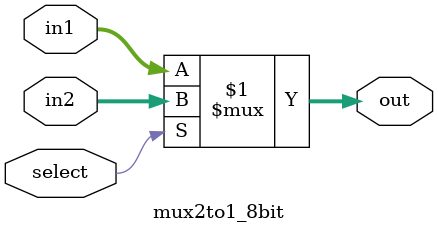
<source format=v>
`timescale 1ns / 1ps


module mux2to1_8bit(
        input select,
        input [7:0] in1,
        input [7:0] in2,
        output [7:0] out
        
    );
    
    // assign one of the inputs to the output based upon select line input
    assign out = select ? in2 : in1;

endmodule

</source>
